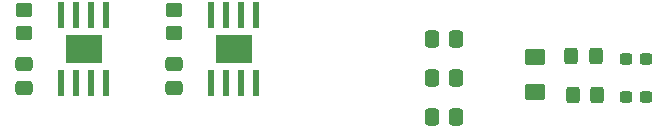
<source format=gbr>
%TF.GenerationSoftware,KiCad,Pcbnew,8.0.4*%
%TF.CreationDate,2025-02-26T16:08:11-05:00*%
%TF.ProjectId,plusle,706c7573-6c65-42e6-9b69-6361645f7063,rev?*%
%TF.SameCoordinates,Original*%
%TF.FileFunction,Paste,Top*%
%TF.FilePolarity,Positive*%
%FSLAX46Y46*%
G04 Gerber Fmt 4.6, Leading zero omitted, Abs format (unit mm)*
G04 Created by KiCad (PCBNEW 8.0.4) date 2025-02-26 16:08:11*
%MOMM*%
%LPD*%
G01*
G04 APERTURE LIST*
G04 Aperture macros list*
%AMRoundRect*
0 Rectangle with rounded corners*
0 $1 Rounding radius*
0 $2 $3 $4 $5 $6 $7 $8 $9 X,Y pos of 4 corners*
0 Add a 4 corners polygon primitive as box body*
4,1,4,$2,$3,$4,$5,$6,$7,$8,$9,$2,$3,0*
0 Add four circle primitives for the rounded corners*
1,1,$1+$1,$2,$3*
1,1,$1+$1,$4,$5*
1,1,$1+$1,$6,$7*
1,1,$1+$1,$8,$9*
0 Add four rect primitives between the rounded corners*
20,1,$1+$1,$2,$3,$4,$5,0*
20,1,$1+$1,$4,$5,$6,$7,0*
20,1,$1+$1,$6,$7,$8,$9,0*
20,1,$1+$1,$8,$9,$2,$3,0*%
G04 Aperture macros list end*
%ADD10R,3.100000X2.400000*%
%ADD11R,0.500000X2.200000*%
%ADD12RoundRect,0.250000X-0.325000X-0.450000X0.325000X-0.450000X0.325000X0.450000X-0.325000X0.450000X0*%
%ADD13RoundRect,0.250000X-0.450000X0.350000X-0.450000X-0.350000X0.450000X-0.350000X0.450000X0.350000X0*%
%ADD14RoundRect,0.250001X-0.624999X0.462499X-0.624999X-0.462499X0.624999X-0.462499X0.624999X0.462499X0*%
%ADD15RoundRect,0.237500X0.300000X0.237500X-0.300000X0.237500X-0.300000X-0.237500X0.300000X-0.237500X0*%
%ADD16RoundRect,0.250000X-0.475000X0.337500X-0.475000X-0.337500X0.475000X-0.337500X0.475000X0.337500X0*%
%ADD17RoundRect,0.250000X0.337500X0.475000X-0.337500X0.475000X-0.337500X-0.475000X0.337500X-0.475000X0*%
G04 APERTURE END LIST*
D10*
%TO.C,U4*%
X46100000Y-34250000D03*
D11*
X48005000Y-31375000D03*
X46735000Y-31375000D03*
X45465000Y-31375000D03*
X44195000Y-31375000D03*
X44195000Y-37125000D03*
X45465000Y-37125000D03*
X46735000Y-37125000D03*
X48005000Y-37125000D03*
%TD*%
D10*
%TO.C,U3*%
X33400000Y-34250000D03*
D11*
X35305000Y-31375000D03*
X34035000Y-31375000D03*
X32765000Y-31375000D03*
X31495000Y-31375000D03*
X31495000Y-37125000D03*
X32765000Y-37125000D03*
X34035000Y-37125000D03*
X35305000Y-37125000D03*
%TD*%
D12*
%TO.C,R4*%
X74810000Y-38100000D03*
X76860000Y-38100000D03*
%TD*%
%TO.C,R3*%
X74710000Y-34800000D03*
X76760000Y-34800000D03*
%TD*%
D13*
%TO.C,R2*%
X41100000Y-30900000D03*
X41100000Y-32900000D03*
%TD*%
%TO.C,R1*%
X28400000Y-30900000D03*
X28400000Y-32900000D03*
%TD*%
D14*
%TO.C,F1*%
X71660000Y-37887500D03*
X71660000Y-34912500D03*
%TD*%
D15*
%TO.C,D2*%
X81022500Y-38300000D03*
X79297500Y-38300000D03*
%TD*%
%TO.C,D1*%
X81022500Y-35100000D03*
X79297500Y-35100000D03*
%TD*%
D16*
%TO.C,C8*%
X41100000Y-35462500D03*
X41100000Y-37537500D03*
%TD*%
%TO.C,C7*%
X28400000Y-35462500D03*
X28400000Y-37537500D03*
%TD*%
D17*
%TO.C,C3*%
X64937500Y-40000000D03*
X62862500Y-40000000D03*
%TD*%
%TO.C,C2*%
X64937500Y-36700000D03*
X62862500Y-36700000D03*
%TD*%
%TO.C,C1*%
X64937500Y-33400000D03*
X62862500Y-33400000D03*
%TD*%
M02*

</source>
